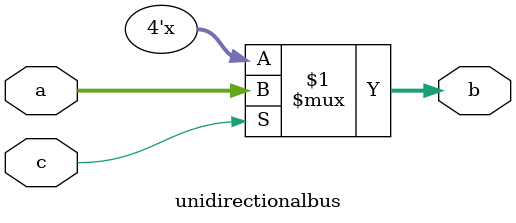
<source format=v>
`timescale 1ns / 1ps


module unidirectionalbus(
    input [3:0]a ,
    input c,
    output [3:0]b
    );
    assign b= c?a:4'bz;
endmodule

</source>
